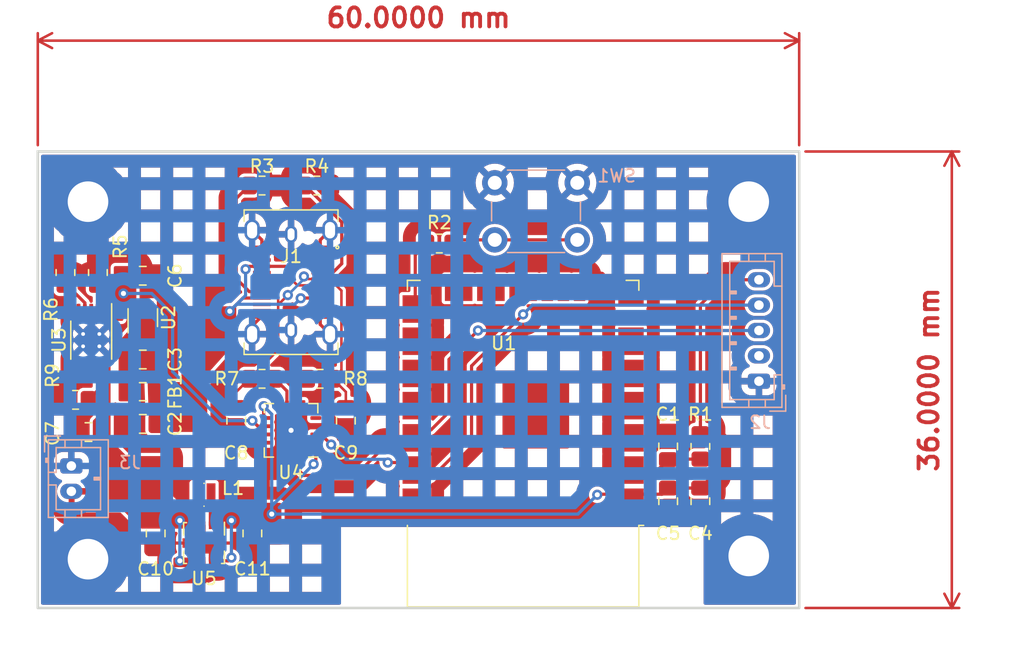
<source format=kicad_pcb>
(kicad_pcb (version 20211014) (generator pcbnew)
  (layers (0 "F.Cu" signal) (31 "B.Cu" signal) (34 "B.Paste" user) (35 "F.Paste" user) (36 "B.SilkS" user "B.Silkscreen") (37 "F.SilkS" user "F.Silkscreen") (38 "B.Mask" user) (39 "F.Mask" user) (44 "Edge.Cuts" user))
  (net 0 "")
  (net 1 "Net-(C1-Pad1)")
  (net 2 "GND")
  (net 3 "VBUS")
  (net 4 "Net-(C3-Pad1)")
  (net 5 "+3V3")
  (net 6 "+5V")
  (net 7 "+BATT")
  (net 8 "D-")
  (net 9 "D+")
  (net 10 "Net-(J1-PadA5)")
  (net 12 "Net-(J1-PadB5)")
  (net 15 "IO21")
  (net 16 "IO22")
  (net 17 "Net-(L1-Pad1)")
  (net 18 "Net-(L1-Pad2)")
  (net 19 "Net-(R2-Pad1)")
  (net 20 "Net-(R2-Pad2)")
  (net 21 "Net-(R5-Pad1)")
  (net 22 "Net-(R6-Pad2)")
  (net 23 "Net-(R7-Pad1)")
  (net 24 "Net-(R8-Pad1)")
  (net 25 "Net-(R9-Pad2)")
  (net 26 "S_VP")
  (net 27 "S_VN")
  (net 28 "IO34")
  (net 29 "IO35")
  (net 30 "IO32")
  (net 31 "IO33")
  (net 32 "IO25")
  (net 33 "IO26")
  (net 34 "IO27")
  (net 35 "MTMS")
  (net 36 "MTDI")
  (net 37 "MTCK")
  (net 38 "SD2")
  (net 39 "SD3")
  (net 40 "CMD")
  (net 41 "CLK")
  (net 42 "SD0")
  (net 43 "SD1")
  (net 44 "MTDO")
  (net 45 "IO2")
  (net 46 "IO4")
  (net 47 "IO16")
  (net 48 "IO17")
  (net 49 "IO5")
  (net 50 "IO18")
  (net 51 "IO19")
  (net 53 "RXD")
  (net 54 "TXD")
  (net 55 "IO23")
  (footprint "Package_SO:HVSSOP-10-1EP_3x3mm_P0.5mm_EP1.57x1.88mm_ThermalVias" (layer "F.Cu") (at 29.21 39.878 -90)
    (fp_text reference "U3" (at 0 2.54 90) (layer "F.SilkS"))
    (fp_text value "BQ24090DGQ")
    (pad "1" smd roundrect (at -2.15 -1 270) (size 1.45 0.3) (layers "F.Cu" "F.Paste" "F.Mask") (net 6 "+5V"))
    (pad "2" smd roundrect (at -2.15 -0.5 270) (size 1.45 0.3) (layers "F.Cu" "F.Paste" "F.Mask") (net 21 "Net-(R5-Pad1)"))
    (pad "3" smd roundrect (at -2.15 0 270) (size 1.45 0.3) (layers "F.Cu" "F.Paste" "F.Mask") (net 2 "GND"))
    (pad "4" smd roundrect (at -2.15 0.5 270) (size 1.45 0.3) (layers "F.Cu" "F.Paste" "F.Mask") (net 22 "Net-(R6-Pad2)"))
    (pad "5" smd roundrect (at -2.15 1 270) (size 1.45 0.3) (layers "F.Cu" "F.Paste" "F.Mask"))
    (pad "6" smd roundrect (at 2.15 1 270) (size 1.45 0.3) (layers "F.Cu" "F.Paste" "F.Mask"))
    (pad "7" smd roundrect (at 2.15 0.5 270) (size 1.45 0.3) (layers "F.Cu" "F.Paste" "F.Mask") (net 2 "GND"))
    (pad "8" smd roundrect (at 2.15 0 270) (size 1.45 0.3) (layers "F.Cu" "F.Paste" "F.Mask"))
    (pad "9" smd roundrect (at 2.15 -0.5 270) (size 1.45 0.3) (layers "F.Cu" "F.Paste" "F.Mask") (net 25 "Net-(R9-Pad2)"))
    (pad "10" smd roundrect (at 2.15 -1 270) (size 1.45 0.3) (layers "F.Cu" "F.Paste" "F.Mask") (net 7 "+BATT"))
    (pad "11" smd rect (at 0 0 270) (size 1.57 1.88) (layers "B.Cu") (net 2 "GND"))
    (pad "11" thru_hole circle (at -0.485 -0.64 270) (size 0.6 0.6) (drill 0.3) (layers *.Cu) (net 2 "GND"))
    (pad "11" smd rect (at 0 0 270) (size 1.57 1.88) (layers "F.Cu" "F.Mask") (net 2 "GND"))
    (pad "11" thru_hole circle (at 0.485 -0.64 270) (size 0.6 0.6) (drill 0.3) (layers *.Cu) (net 2 "GND"))
    (pad "11" thru_hole circle (at 0.485 0.64 270) (size 0.6 0.6) (drill 0.3) (layers *.Cu) (net 2 "GND"))
    (pad "11" thru_hole circle (at -0.485 0.64 270) (size 0.6 0.6) (drill 0.3) (layers *.Cu) (net 2 "GND"))
  )
  (footprint "Package_TO_SOT_SMD:SOT-363_SC-70-6" (layer "F.Cu") (at 33.274 38.1 90)
    (fp_text reference "U2" (at 0 2.032 90) (layer "F.SilkS"))
    (fp_text value "LM66100DCKT")
    (pad "1" smd rect (at -0.95 -0.65 90) (size 0.65 0.4) (layers "F.Cu" "F.Paste" "F.Mask") (net 4 "Net-(C3-Pad1)"))
    (pad "2" smd rect (at -0.95 0 90) (size 0.65 0.4) (layers "F.Cu" "F.Paste" "F.Mask") (net 2 "GND"))
    (pad "3" smd rect (at -0.95 0.65 90) (size 0.65 0.4) (layers "F.Cu" "F.Paste" "F.Mask") (net 2 "GND"))
    (pad "4" smd rect (at 0.95 0.65 90) (size 0.65 0.4) (layers "F.Cu" "F.Paste" "F.Mask"))
    (pad "5" smd rect (at 0.95 0 90) (size 0.65 0.4) (layers "F.Cu" "F.Paste" "F.Mask") (net 2 "GND"))
    (pad "6" smd rect (at 0.95 -0.65 90) (size 0.65 0.4) (layers "F.Cu" "F.Paste" "F.Mask") (net 6 "+5V"))
  )
  (footprint "Capacitor_SMD:C_0805_2012Metric_Pad1.18x1.45mm_HandSolder" (layer "F.Cu") (at 41.91 55.118 -90)
    (fp_text reference "C11" (at 2.794 0) (layer "F.SilkS"))
    (fp_text value "33uF")
    (pad "1" smd roundrect (at -1.0375 0 270) (size 1.175 1.45) (layers "F.Cu" "F.Paste" "F.Mask") (roundrect_rratio 0.212766) (net 5 "+3V3"))
    (pad "2" smd roundrect (at 1.0375 0 270) (size 1.175 1.45) (layers "F.Cu" "F.Paste" "F.Mask") (roundrect_rratio 0.212766) (net 2 "GND"))
  )
  (footprint "Resistor_SMD:R_0805_2012Metric_Pad1.20x1.40mm_HandSolder" (layer "F.Cu") (at 27.178 34.544 -90)
    (fp_text reference "R6" (at 2.921 1.143 90) (layer "F.SilkS"))
    (fp_text value "2kR")
    (pad "1" smd roundrect (at -1 0 270) (size 1.2 1.4) (layers "F.Cu" "F.Paste" "F.Mask") (roundrect_rratio 0.208333) (net 2 "GND"))
    (pad "2" smd roundrect (at 1 0 270) (size 1.2 1.4) (layers "F.Cu" "F.Paste" "F.Mask") (roundrect_rratio 0.208333) (net 22 "Net-(R6-Pad2)"))
  )
  (footprint "Capacitor_SMD:C_0805_2012Metric_Pad1.18x1.45mm_HandSolder" (layer "F.Cu") (at 28.994 47.126 180)
    (fp_text reference "C7" (at 2.832 -0.118 90) (layer "F.SilkS"))
    (fp_text value "4.7uF")
    (pad "1" smd roundrect (at -1.0375 0 180) (size 1.175 1.45) (layers "F.Cu" "F.Paste" "F.Mask") (roundrect_rratio 0.212766) (net 7 "+BATT"))
    (pad "2" smd roundrect (at 1.0375 0 180) (size 1.175 1.45) (layers "F.Cu" "F.Paste" "F.Mask") (roundrect_rratio 0.212766) (net 2 "GND"))
  )
  (footprint "Package_SON:Texas_DRC0010J_ThermalVias" (layer "F.Cu") (at 38.1 55.88 -90)
    (fp_text reference "U5" (at 2.794 0) (layer "F.SilkS"))
    (fp_text value "TPS63001")
    (pad "1" smd rect (at -1.4 -1 270) (size 0.6 0.24) (layers "F.Cu" "F.Paste" "F.Mask") (net 5 "+3V3"))
    (pad "2" smd rect (at -1.4 -0.5 270) (size 0.6 0.24) (layers "F.Cu" "F.Paste" "F.Mask") (net 18 "Net-(L1-Pad2)"))
    (pad "3" smd rect (at -1.4 0 270) (size 0.6 0.24) (layers "F.Cu" "F.Paste" "F.Mask") (net 2 "GND"))
    (pad "4" smd rect (at -1.4 0.5 270) (size 0.6 0.24) (layers "F.Cu" "F.Paste" "F.Mask") (net 17 "Net-(L1-Pad1)"))
    (pad "5" smd rect (at -1.4 1 270) (size 0.6 0.24) (layers "F.Cu" "F.Paste" "F.Mask") (net 7 "+BATT"))
    (pad "6" smd rect (at 1.4 1 270) (size 0.6 0.24) (layers "F.Cu" "F.Paste" "F.Mask") (net 7 "+BATT"))
    (pad "7" smd rect (at 1.4 0.5 270) (size 0.6 0.24) (layers "F.Cu" "F.Paste" "F.Mask") (net 7 "+BATT"))
    (pad "8" smd rect (at 1.4 0 270) (size 0.6 0.24) (layers "F.Cu" "F.Paste" "F.Mask") (net 7 "+BATT"))
    (pad "9" smd rect (at 1.4 -0.5 270) (size 0.6 0.24) (layers "F.Cu" "F.Paste" "F.Mask") (net 2 "GND"))
    (pad "10" smd rect (at 1.4 -1 270) (size 0.6 0.24) (layers "F.Cu" "F.Paste" "F.Mask") (net 5 "+3V3"))
    (pad "11" smd custom (at 0 0 270) (size 1.65 2.4) (layers "F.Cu" "F.Mask") (net 2 "GND") (options (clearance outline) (anchor rect)) (primitives (gr_poly (pts (xy -0.125 -1.1) (xy 0.125 -1.1) (xy 0.125 -1.7) (xy 0.375 -1.7) (xy 0.375 1.7) (xy 0.125 1.7) (xy 0.125 1.1) (xy -0.125 1.1) (xy -0.125 1.7) (xy -0.375 1.7) (xy -0.375 -1.7) (xy -0.125 -1.7)) (width 0) (fill yes))))
  )
  (footprint "Resistor_SMD:R_0805_2012Metric_Pad1.20x1.40mm_HandSolder" (layer "F.Cu") (at 47.244 42.926)
    (fp_text reference "R8" (at 2.794 0 180) (layer "F.SilkS"))
    (fp_text value "27R")
    (pad "1" smd roundrect (at -1 0) (size 1.2 1.4) (layers "F.Cu" "F.Paste" "F.Mask") (roundrect_rratio 0.208333) (net 24 "Net-(R8-Pad1)"))
    (pad "2" smd roundrect (at 1 0) (size 1.2 1.4) (layers "F.Cu" "F.Paste" "F.Mask") (roundrect_rratio 0.208333) (net 9 "D+"))
  )
  (footprint "MountingHole:MountingHole_3.2mm_M3_ISO14580_Pad_TopBottom" (layer "F.Cu") (at 28.956 28.956)
    (fp_text reference "H3")
    (fp_text value "MountingHole_Pad")
    (pad "1" connect circle (at 0 0) (size 5.5 5.5) (layers "B.Cu" "B.Mask") (net 2 "GND"))
    (pad "1" thru_hole circle (at 0 0) (size 3.6 3.6) (drill 3.2) (layers *.Cu *.Mask) (net 2 "GND"))
    (pad "1" connect circle (at 0 0) (size 5.5 5.5) (layers "F.Cu" "F.Mask") (net 2 "GND"))
  )
  (footprint "Inductor_SMD:L_0805_2012Metric_Pad1.15x1.40mm_HandSolder" (layer "F.Cu") (at 33.274 43.942 180)
    (fp_text reference "FB1" (at -2.54 0 90) (layer "F.SilkS"))
    (fp_text value "600H")
    (pad "1" smd roundrect (at -1.025 0 180) (size 1.15 1.4) (layers "F.Cu" "F.Paste" "F.Mask") (roundrect_rratio 0.217391) (net 3 "VBUS"))
    (pad "2" smd roundrect (at 1.025 0 180) (size 1.15 1.4) (layers "F.Cu" "F.Paste" "F.Mask") (roundrect_rratio 0.217391) (net 4 "Net-(C3-Pad1)"))
  )
  (footprint "Resistor_SMD:R_0805_2012Metric_Pad1.20x1.40mm_HandSolder" (layer "F.Cu") (at 42.672 27.686)
    (fp_text reference "R3" (at 0 -1.524) (layer "F.SilkS"))
    (fp_text value "5.1kR")
    (pad "1" smd roundrect (at -1 0) (size 1.2 1.4) (layers "F.Cu" "F.Paste" "F.Mask") (roundrect_rratio 0.208333) (net 12 "Net-(J1-PadB5)"))
    (pad "2" smd roundrect (at 1 0) (size 1.2 1.4) (layers "F.Cu" "F.Paste" "F.Mask") (roundrect_rratio 0.208333) (net 2 "GND"))
  )
  (footprint "Resistor_SMD:R_0805_2012Metric_Pad1.20x1.40mm_HandSolder" (layer "F.Cu") (at 56.642 32.258)
    (fp_text reference "R2" (at 0 -1.65) (layer "F.SilkS"))
    (fp_text value "560R")
    (pad "1" smd roundrect (at -1 0) (size 1.2 1.4) (layers "F.Cu" "F.Paste" "F.Mask") (roundrect_rratio 0.208333) (net 19 "Net-(R2-Pad1)"))
    (pad "2" smd roundrect (at 1 0) (size 1.2 1.4) (layers "F.Cu" "F.Paste" "F.Mask") (roundrect_rratio 0.208333) (net 20 "Net-(R2-Pad2)"))
  )
  (footprint "Resistor_SMD:R_0805_2012Metric_Pad1.20x1.40mm_HandSolder" (layer "F.Cu") (at 77.216 48.26 -90)
    (fp_text reference "R1" (at -2.54 0) (layer "F.SilkS"))
    (fp_text value "10kR")
    (pad "1" smd roundrect (at -1 0 270) (size 1.2 1.4) (layers "F.Cu" "F.Paste" "F.Mask") (roundrect_rratio 0.208333) (net 5 "+3V3"))
    (pad "2" smd roundrect (at 1 0 270) (size 1.2 1.4) (layers "F.Cu" "F.Paste" "F.Mask") (roundrect_rratio 0.208333) (net 1 "Net-(C1-Pad1)"))
  )
  (footprint "Capacitor_SMD:C_0805_2012Metric_Pad1.18x1.45mm_HandSolder" (layer "F.Cu") (at 74.676 48.26 90)
    (fp_text reference "C1" (at 2.54 0) (layer "F.SilkS"))
    (fp_text value "0.1uF")
    (pad "1" smd roundrect (at -1.0375 0 90) (size 1.175 1.45) (layers "F.Cu" "F.Paste" "F.Mask") (roundrect_rratio 0.212766) (net 1 "Net-(C1-Pad1)"))
    (pad "2" smd roundrect (at 1.0375 0 90) (size 1.175 1.45) (layers "F.Cu" "F.Paste" "F.Mask") (roundrect_rratio 0.212766) (net 2 "GND"))
  )
  (footprint "Capacitor_SMD:C_0805_2012Metric_Pad1.18x1.45mm_HandSolder" (layer "F.Cu") (at 33.274 41.402)
    (fp_text reference "C3" (at 2.54 0 90) (layer "F.SilkS"))
    (fp_text value "1uF")
    (pad "1" smd roundrect (at -1.0375 0) (size 1.175 1.45) (layers "F.Cu" "F.Paste" "F.Mask") (roundrect_rratio 0.212766) (net 4 "Net-(C3-Pad1)"))
    (pad "2" smd roundrect (at 1.0375 0) (size 1.175 1.45) (layers "F.Cu" "F.Paste" "F.Mask") (roundrect_rratio 0.212766) (net 2 "GND"))
  )
  (footprint "Resistor_SMD:R_0805_2012Metric_Pad1.20x1.40mm_HandSolder" (layer "F.Cu") (at 29.736 34.544 90)
    (fp_text reference "R5" (at 2.032 1.76 90) (layer "F.SilkS"))
    (fp_text value "1kR")
    (pad "1" smd roundrect (at -1 0 90) (size 1.2 1.4) (layers "F.Cu" "F.Paste" "F.Mask") (roundrect_rratio 0.208333) (net 21 "Net-(R5-Pad1)"))
    (pad "2" smd roundrect (at 1 0 90) (size 1.2 1.4) (layers "F.Cu" "F.Paste" "F.Mask") (roundrect_rratio 0.208333) (net 2 "GND"))
  )
  (footprint "Capacitor_SMD:C_0805_2012Metric_Pad1.18x1.45mm_HandSolder" (layer "F.Cu") (at 34.29 55.118 -90)
    (fp_text reference "C10" (at 2.794 0) (layer "F.SilkS"))
    (fp_text value "10uF")
    (pad "1" smd roundrect (at -1.0375 0 270) (size 1.175 1.45) (layers "F.Cu" "F.Paste" "F.Mask") (roundrect_rratio 0.212766) (net 7 "+BATT"))
    (pad "2" smd roundrect (at 1.0375 0 270) (size 1.175 1.45) (layers "F.Cu" "F.Paste" "F.Mask") (roundrect_rratio 0.212766) (net 2 "GND"))
  )
  (footprint "Connector_USB:USB_C_Receptacle_JAE_DX07S024WJ1R350" (layer "F.Cu") (at 44.958 35.306 -90)
    (fp_text reference "J1" (at -2.032 0) (layer "F.SilkS"))
    (fp_text value "USB_C_Receptacle_USB2.0")
    (pad "" np_thru_hole oval (at 3.5 -1.35 270) (size 0.85 0.6) (drill oval 0.85 0.6) (layers *.Cu *.Mask))
    (pad "" np_thru_hole circle (at -3.5 -1.35 270) (size 0.6 0.6) (drill 0.6) (layers *.Cu *.Mask))
    (pad "A1" smd rect (at -2.75 -2.3 270) (size 0.27 1.4) (layers "F.Cu" "F.Paste" "F.Mask") (net 2 "GND"))
    (pad "A2" smd rect (at -2.25 -2.3 270) (size 0.27 1.4) (layers "F.Cu" "F.Paste" "F.Mask"))
    (pad "A3" smd rect (at -1.75 -2.3 270) (size 0.27 1.4) (layers "F.Cu" "F.Paste" "F.Mask"))
    (pad "A4" smd rect (at -1.25 -2.3 270) (size 0.27 1.4) (layers "F.Cu" "F.Paste" "F.Mask") (net 3 "VBUS"))
    (pad "A5" smd rect (at -0.75 -2.3 270) (size 0.27 1.4) (layers "F.Cu" "F.Paste" "F.Mask") (net 10 "Net-(J1-PadA5)"))
    (pad "A6" smd rect (at -0.25 -2.3 270) (size 0.27 1.4) (layers "F.Cu" "F.Paste" "F.Mask") (net 8 "D-"))
    (pad "A7" smd rect (at 0.25 -2.3 270) (size 0.27 1.4) (layers "F.Cu" "F.Paste" "F.Mask") (net 9 "D+"))
    (pad "A8" smd rect (at 0.75 -2.3 270) (size 0.27 1.4) (layers "F.Cu" "F.Paste" "F.Mask"))
    (pad "A9" smd rect (at 1.25 -2.3 270) (size 0.27 1.4) (layers "F.Cu" "F.Paste" "F.Mask") (net 3 "VBUS"))
    (pad "A10" smd rect (at 1.75 -2.3 270) (size 0.27 1.4) (layers "F.Cu" "F.Paste" "F.Mask"))
    (pad "A11" smd rect (at 2.25 -2.3 270) (size 0.27 1.4) (layers "F.Cu" "F.Paste" "F.Mask"))
    (pad "A12" smd rect (at 2.75 -2.3 270) (size 0.27 1.4) (layers "F.Cu" "F.Paste" "F.Mask") (net 2 "GND"))
    (pad "B1" smd rect (at 2.75 2.3 270) (size 0.27 1.4) (layers "F.Cu" "F.Paste" "F.Mask") (net 2 "GND"))
    (pad "B2" smd rect (at 2.25 2.3 270) (size 0.27 1.4) (layers "F.Cu" "F.Paste" "F.Mask"))
    (pad "B3" smd rect (at 1.75 2.3 270) (size 0.27 1.4) (layers "F.Cu" "F.Paste" "F.Mask"))
    (pad "B4" smd rect (at 1.25 2.3 270) (size 0.27 1.4) (layers "F.Cu" "F.Paste" "F.Mask") (net 3 "VBUS"))
    (pad "B5" smd rect (at 0.75 2.3 270) (size 0.27 1.4) (layers "F.Cu" "F.Paste" "F.Mask") (net 12 "Net-(J1-PadB5)"))
    (pad "B6" smd rect (at 0.25 2.3 270) (size 0.27 1.4) (layers "F.Cu" "F.Paste" "F.Mask") (net 8 "D-"))
    (pad "B7" smd rect (at -0.25 2.3 270) (size 0.27 1.4) (layers "F.Cu" "F.Paste" "F.Mask") (net 9 "D+"))
    (pad "B8" smd rect (at -0.75 2.3 270) (size 0.27 1.4) (layers "F.Cu" "F.Paste" "F.Mask"))
    (pad "B9" smd rect (at -1.25 2.3 270) (size 0.27 1.4) (layers "F.Cu" "F.Paste" "F.Mask") (net 3 "VBUS"))
    (pad "B10" smd rect (at -1.75 2.3 270) (size 0.27 1.4) (layers "F.Cu" "F.Paste" "F.Mask"))
    (pad "B11" smd rect (at -2.25 2.3 270) (size 0.27 1.4) (layers "F.Cu" "F.Paste" "F.Mask"))
    (pad "B12" smd rect (at -2.75 2.3 270) (size 0.27 1.4) (layers "F.Cu" "F.Paste" "F.Mask") (net 2 "GND"))
    (pad "S1" thru_hole oval (at 3.775 0) (size 0.95 1.35) (drill oval 0.55 0.95) (layers *.Cu *.Mask) (net 2 "GND"))
    (pad "S1" thru_hole oval (at 4.1 3.07) (size 1.2 1.7) (drill oval 0.8 1.3) (layers *.Cu *.Mask) (net 2 "GND"))
    (pad "S1" thru_hole oval (at 4.1 -3.07) (size 1.2 1.7) (drill oval 0.8 1.3) (layers *.Cu *.Mask) (net 2 "GND"))
    (pad "S1" thru_hole oval (at -4.1 3.07) (size 1.2 1.7) (drill oval 0.8 1.3) (layers *.Cu *.Mask) (net 2 "GND"))
    (pad "S1" thru_hole oval (at -4.1 -3.07) (size 1.2 1.7) (drill oval 0.8 1.3) (layers *.Cu *.Mask) (net 2 "GND"))
    (pad "S1" thru_hole oval (at -3.775 0) (size 0.95 1.35) (drill oval 0.55 0.95) (layers *.Cu *.Mask) (net 2 "GND"))
  )
  (footprint "MountingHole:MountingHole_3.2mm_M3_ISO14580_Pad_TopBottom" (layer "F.Cu") (at 81.026 28.956)
    (fp_text reference "H2")
    (fp_text value "MountingHole_Pad")
    (pad "1" connect circle (at 0 0) (size 5.5 5.5) (layers "B.Cu" "B.Mask") (net 2 "GND"))
    (pad "1" thru_hole circle (at 0 0) (size 3.6 3.6) (drill 3.2) (layers *.Cu *.Mask) (net 2 "GND"))
    (pad "1" connect circle (at 0 0) (size 5.5 5.5) (layers "F.Cu" "F.Mask") (net 2 "GND"))
  )
  (footprint "Inductor_SMD:L_Wuerth_MAPI-1610" (layer "F.Cu") (at 38.1 52.07)
    (fp_text reference "L1" (at 2.286 -0.508) (layer "F.SilkS"))
    (fp_text value "1.5uH")
    (pad "1" smd rect (at -0.55 0) (size 0.7 1.8) (layers "F.Cu" "F.Paste" "F.Mask") (net 17 "Net-(L1-Pad1)"))
    (pad "2" smd rect (at 0.55 0) (size 0.7 1.8) (layers "F.Cu" "F.Paste" "F.Mask") (net 18 "Net-(L1-Pad2)"))
  )
  (footprint "Capacitor_SMD:C_0805_2012Metric_Pad1.18x1.45mm_HandSolder" (layer "F.Cu") (at 33.274 46.482)
    (fp_text reference "C2" (at 2.54 0 90) (layer "F.SilkS"))
    (fp_text value "10nF")
    (pad "1" smd roundrect (at -1.0375 0) (size 1.175 1.45) (layers "F.Cu" "F.Paste" "F.Mask") (roundrect_rratio 0.212766) (net 2 "GND"))
    (pad "2" smd roundrect (at 1.0375 0) (size 1.175 1.45) (layers "F.Cu" "F.Paste" "F.Mask") (roundrect_rratio 0.212766) (net 3 "VBUS"))
  )
  (footprint "MountingHole:MountingHole_3.2mm_M3_ISO14580_Pad_TopBottom" (layer "F.Cu") (at 81.026 56.896)
    (fp_text reference "H1")
    (fp_text value "MountingHole_Pad")
    (pad "1" thru_hole circle (at 0 0) (size 3.6 3.6) (drill 3.2) (layers *.Cu *.Mask) (net 2 "GND"))
    (pad "1" connect circle (at 0 0) (size 5.5 5.5) (layers "B.Cu" "B.Mask") (net 2 "GND"))
    (pad "1" connect circle (at 0 0) (size 5.5 5.5) (layers "F.Cu" "F.Mask") (net 2 "GND"))
  )
  (footprint "Resistor_SMD:R_0805_2012Metric_Pad1.20x1.40mm_HandSolder" (layer "F.Cu") (at 46.99 27.686 180)
    (fp_text reference "R4" (at 0 1.524 180) (layer "F.SilkS"))
    (fp_text value "5.1kR")
    (pad "1" smd roundrect (at -1 0 180) (size 1.2 1.4) (layers "F.Cu" "F.Paste" "F.Mask") (roundrect_rratio 0.208333) (net 2 "GND"))
    (pad "2" smd roundrect (at 1 0 180) (size 1.2 1.4) (layers "F.Cu" "F.Paste" "F.Mask") (roundrect_rratio 0.208333) (net 10 "Net-(J1-PadA5)"))
  )
  (footprint "Capacitor_SMD:C_0805_2012Metric_Pad1.18x1.45mm_HandSolder" (layer "F.Cu") (at 40.64 46.228 -90)
    (fp_text reference "C8" (at 2.54 0 180) (layer "F.SilkS"))
    (fp_text value "47pF")
    (pad "1" smd roundrect (at -1.0375 0 270) (size 1.175 1.45) (layers "F.Cu" "F.Paste" "F.Mask") (roundrect_rratio 0.212766) (net 8 "D-"))
    (pad "2" smd roundrect (at 1.0375 0 270) (size 1.175 1.45) (layers "F.Cu" "F.Paste" "F.Mask") (roundrect_rratio 0.212766) (net 2 "GND"))
  )
  (footprint "Resistor_SMD:R_0805_2012Metric_Pad1.20x1.40mm_HandSolder" (layer "F.Cu") (at 42.672 42.926 180)
    (fp_text reference "R7" (at 2.778 0 180) (layer "F.SilkS"))
    (fp_text value "27R")
    (pad "1" smd roundrect (at -1 0 180) (size 1.2 1.4) (layers "F.Cu" "F.Paste" "F.Mask") (roundrect_rratio 0.208333) (net 23 "Net-(R7-Pad1)"))
    (pad "2" smd roundrect (at 1 0 180) (size 1.2 1.4) (layers "F.Cu" "F.Paste" "F.Mask") (roundrect_rratio 0.208333) (net 8 "D-"))
  )
  (footprint "MountingHole:MountingHole_3.2mm_M3_ISO14580_Pad_TopBottom" (layer "F.Cu") (at 28.956 57.15)
    (fp_text reference "H4")
    (fp_text value "MountingHole_Pad")
    (pad "1" thru_hole circle (at 0 0) (size 3.6 3.6) (drill 3.2) (layers *.Cu *.Mask) (net 2 "GND"))
    (pad "1" connect circle (at 0 0) (size 5.5 5.5) (layers "B.Cu" "B.Mask") (net 2 "GND"))
    (pad "1" connect circle (at 0 0) (size 5.5 5.5) (layers "F.Cu" "F.Mask") (net 2 "GND"))
  )
  (footprint "Capacitor_SMD:C_0805_2012Metric_Pad1.18x1.45mm_HandSolder" (layer "F.Cu") (at 74.676 52.578 90)
    (fp_text reference "C5" (at -2.54 0) (layer "F.SilkS"))
    (fp_text value "0.1uF")
    (pad "1" smd roundrect (at -1.0375 0 90) (size 1.175 1.45) (layers "F.Cu" "F.Paste" "F.Mask") (roundrect_rratio 0.212766) (net 2 "GND"))
    (pad "2" smd roundrect (at 1.0375 0 90) (size 1.175 1.45) (layers "F.Cu" "F.Paste" "F.Mask") (roundrect_rratio 0.212766) (net 5 "+3V3"))
  )
  (footprint "RF_Module:ESP32-WROOM-32" (layer "F.Cu") (at 63.246 45.042 180)
    (fp_text reference "U1" (at 1.524 4.91) (layer "F.SilkS"))
    (fp_text value "ESP32-WROOM-32D")
    (pad "1" smd rect (at -8.5 -8.255 180) (size 2 0.9) (layers "F.Cu" "F.Paste" "F.Mask") (net 2 "GND"))
    (pad "2" smd rect (at -8.5 -6.985 180) (size 2 0.9) (layers "F.Cu" "F.Paste" "F.Mask") (net 5 "+3V3"))
    (pad "3" smd rect (at -8.5 -5.715 180) (size 2 0.9) (layers "F.Cu" "F.Paste" "F.Mask") (net 1 "Net-(C1-Pad1)"))
    (pad "4" smd rect (at -8.5 -4.445 180) (size 2 0.9) (layers "F.Cu" "F.Paste" "F.Mask") (net 26 "S_VP"))
    (pad "5" smd rect (at -8.5 -3.175 180) (size 2 0.9) (layers "F.Cu" "F.Paste" "F.Mask") (net 27 "S_VN"))
    (pad "6" smd rect (at -8.5 -1.905 180) (size 2 0.9) (layers "F.Cu" "F.Paste" "F.Mask") (net 28 "IO34"))
    (pad "7" smd rect (at -8.5 -0.635 180) (size 2 0.9) (layers "F.Cu" "F.Paste" "F.Mask") (net 29 "IO35"))
    (pad "8" smd rect (at -8.5 0.635 180) (size 2 0.9) (layers "F.Cu" "F.Paste" "F.Mask") (net 30 "IO32"))
    (pad "9" smd rect (at -8.5 1.905 180) (size 2 0.9) (layers "F.Cu" "F.Paste" "F.Mask") (net 31 "IO33"))
    (pad "10" smd rect (at -8.5 3.175 180) (size 2 0.9) (layers "F.Cu" "F.Paste" "F.Mask") (net 32 "IO25"))
    (pad "11" smd rect (at -8.5 4.445 180) (size 2 0.9) (layers "F.Cu" "F.Paste" "F.Mask") (net 33 "IO26"))
    (pad "12" smd rect (at -8.5 5.715 180) (size 2 0.9) (layers "F.Cu" "F.Paste" "F.Mask") (net 34 "IO27"))
    (pad "13" smd rect (at -8.5 6.985 180) (size 2 0.9) (layers "F.Cu" "F.Paste" "F.Mask") (net 35 "MTMS"))
    (pad "14" smd rect (at -8.5 8.255 180) (size 2 0.9) (layers "F.Cu" "F.Paste" "F.Mask") (net 36 "MTDI"))
    (pad "15" smd rect (at -5.715 9.255 270) (size 2 0.9) (layers "F.Cu" "F.Paste" "F.Mask") (net 2 "GND"))
    (pad "16" smd rect (at -4.445 9.255 270) (size 2 0.9) (layers "F.Cu" "F.Paste" "F.Mask") (net 37 "MTCK"))
    (pad "17" smd rect (at -3.175 9.255 270) (size 2 0.9) (layers "F.Cu" "F.Paste" "F.Mask") (net 38 "SD2"))
    (pad "18" smd rect (at -1.905 9.255 270) (size 2 0.9) (layers "F.Cu" "F.Paste" "F.Mask") (net 39 "SD3"))
    (pad "19" smd rect (at -0.635 9.255 270) (size 2 0.9) (layers "F.Cu" "F.Paste" "F.Mask") (net 40 "CMD"))
    (pad "20" smd rect (at 0.635 9.255 270) (size 2 0.9) (layers "F.Cu" "F.Paste" "F.Mask") (net 41 "CLK"))
    (pad "21" smd rect (at 1.905 9.255 270) (size 2 0.9) (layers "F.Cu" "F.Paste" "F.Mask") (net 42 "SD0"))
    (pad "22" smd rect (at 3.175 9.255 270) (size 2 0.9) (layers "F.Cu" "F.Paste" "F.Mask") (net 43 "SD1"))
    (pad "23" smd rect (at 4.445 9.255 270) (size 2 0.9) (layers "F.Cu" "F.Paste" "F.Mask") (net 44 "MTDO"))
    (pad "24" smd rect (at 5.715 9.255 270) (size 2 0.9) (layers "F.Cu" "F.Paste" "F.Mask") (net 45 "IO2"))
    (pad "25" smd rect (at 8.5 8.255 180) (size 2 0.9) (layers "F.Cu" "F.Paste" "F.Mask") (net 19 "Net-(R2-Pad1)"))
    (pad "26" smd rect (at 8.5 6.985 180) (size 2 0.9) (layers "F.Cu" "F.Paste" "F.Mask") (net 46 "IO4"))
    (pad "27" smd rect (at 8.5 5.715 180) (size 2 0.9) (layers "F.Cu" "F.Paste" "F.Mask") (net 47 "IO16"))
    (pad "28" smd rect (at 8.5 4.445 180) (size 2 0.9) (layers "F.Cu" "F.Paste" "F.Mask") (net 48 "IO17"))
    (pad "29" smd rect (at 8.5 3.175 180) (size 2 0.9) (layers "F.Cu" "F.Paste" "F.Mask") (net 49 "IO5"))
    (pad "30" smd rect (at 8.5 1.905 180) (size 2 0.9) (layers "F.Cu" "F.Paste" "F.Mask") (net 50 "IO18"))
    (pad "31" smd rect (at 8.5 0.635 180) (size 2 0.9) (layers "F.Cu" "F.Paste" "F.Mask") (net 51 "IO19"))
    (pad "32" smd rect (at 8.5 -0.635 180) (size 2 0.9) (layers "F.Cu" "F.Paste" "F.Mask"))
    (pad "33" smd rect (at 8.5 -1.905 180) (size 2 0.9) (layers "F.Cu" "F.Paste" "F.Mask") (net 15 "IO21"))
    (pad "34" smd rect (at 8.5 -3.175 180) (size 2 0.9) (layers "F.Cu" "F.Paste" "F.Mask") (net 53 "RXD"))
    (pad "35" smd rect (at 8.5 -4.445 180) (size 2 0.9) (layers "F.Cu" "F.Paste" "F.Mask") (net 54 "TXD"))
    (pad "36" smd rect (at 8.5 -5.715 180) (size 2 0.9) (layers "F.Cu" "F.Paste" "F.Mask") (net 16 "IO22"))
    (pad "37" smd rect (at 8.5 -6.985 180) (size 2 0.9) (layers "F.Cu" "F.Paste" "F.Mask") (net 55 "IO23"))
    (pad "38" smd rect (at 8.5 -8.255 180) (size 2 0.9) (layers "F.Cu" "F.Paste" "F.Mask") (net 2 "GND"))
    (pad "39" smd rect (at -1 -0.755 180) (size 5 5) (layers "F.Cu" "F.Paste" "F.Mask") (net 2 "GND"))
  )
  (footprint "Capacitor_SMD:C_0805_2012Metric_Pad1.18x1.45mm_HandSolder" (layer "F.Cu") (at 77.216 52.578 90)
    (fp_text reference "C4" (at -2.54 0) (layer "F.SilkS"))
    (fp_text value "10uF")
    (pad "1" smd roundrect (at -1.0375 0 90) (size 1.175 1.45) (layers "F.Cu" "F.Paste" "F.Mask") (roundrect_rratio 0.212766) (net 2 "GND"))
    (pad "2" smd roundrect (at 1.0375 0 90) (size 1.175 1.45) (layers "F.Cu" "F.Paste" "F.Mask") (roundrect_rratio 0.212766) (net 5 "+3V3"))
  )
  (footprint "Resistor_SMD:R_0805_2012Metric_Pad1.20x1.40mm_HandSolder" (layer "F.Cu") (at 27.978 44.586)
    (fp_text reference "R9" (at -1.816 -1.914 90) (layer "F.SilkS"))
    (fp_text value "10kR")
    (pad "1" smd roundrect (at -1 0) (size 1.2 1.4) (layers "F.Cu" "F.Paste" "F.Mask") (roundrect_rratio 0.208333) (net 2 "GND"))
    (pad "2" smd roundrect (at 1 0) (size 1.2 1.4) (layers "F.Cu" "F.Paste" "F.Mask") (roundrect_rratio 0.208333) (net 25 "Net-(R9-Pad2)"))
  )
  (footprint "Capacitor_SMD:C_0805_2012Metric_Pad1.18x1.45mm_HandSolder" (layer "F.Cu") (at 33.274 34.798)
    (fp_text reference "C6" (at 2.54 0 90) (layer "F.SilkS"))
    (fp_text value "1uF")
    (pad "1" smd roundrect (at -1.0375 0) (size 1.175 1.45) (layers "F.Cu" "F.Paste" "F.Mask") (roundrect_rratio 0.212766) (net 6 "+5V"))
    (pad "2" smd roundrect (at 1.0375 0) (size 1.175 1.45) (layers "F.Cu" "F.Paste" "F.Mask") (roundrect_rratio 0.212766) (net 2 "GND"))
  )
  (footprint "Package_DFN_QFN:QFN-16-1EP_4x4mm_P0.65mm_EP2.1x2.1mm" (layer "F.Cu") (at 44.958 46.99 180)
    (fp_text reference "U4" (at 0 -3.32) (layer "F.SilkS"))
    (fp_text value "FT230XQ")
    (pad "1" smd roundrect (at -1.95 -0.975 180) (size 0.85 0.3) (layers "F.Cu" "F.Paste" "F.Mask") (net 5 "+3V3"))
    (pad "2" smd roundrect (at -1.95 -0.325 180) (size 0.85 0.3) (layers "F.Cu" "F.Paste" "F.Mask") (net 54 "TXD"))
    (pad "3" smd roundrect (at -1.95 0.325 180) (size 0.85 0.3) (layers "F.Cu" "F.Paste" "F.Mask") (net 2 "GND"))
    (pad "4" smd roundrect (at -1.95 0.975 180) (size 0.85 0.3) (layers "F.Cu" "F.Paste" "F.Mask"))
    (pad "5" smd roundrect (at -0.975 1.95 180) (size 0.3 0.85) (layers "F.Cu" "F.Paste" "F.Mask"))
    (pad "6" smd roundrect (at -0.325 1.95 180) (size 0.3 0.85) (layers "F.Cu" "F.Paste" "F.Mask") (net 24 "Net-(R8-Pad1)"))
    (pad "7" smd roundrect (at 0.325 1.95 180) (size 0.3 0.85) (layers "F.Cu" "F.Paste" "F.Mask") (net 23 "Net-(R7-Pad1)"))
    (pad "8" smd roundrect (at 0.975 1.95 180) (size 0.3 0.85) (layers "F.Cu" "F.Paste" "F.Mask"))
    (pad "9" smd roundrect (at 1.95 0.975 180) (size 0.85 0.3) (layers "F.Cu" "F.Paste" "F.Mask") (net 5 "+3V3"))
    (pad "10" smd roundrect (at 1.95 0.325 180) (size 0.85 0.3) (layers "F.Cu" "F.Paste" "F.Mask") (net 6 "+5V"))
    (pad "11" smd roundrect (at 1.95 -0.325 180) (size 0.85 0.3) (layers "F.Cu" "F.Paste" "F.Mask"))
    (pad "12" smd roundrect (at 1.95 -0.975 180) (size 0.85 0.3) (layers "F.Cu" "F.Paste" "F.Mask"))
    (pad "13" smd roundrect (at 0.975 -1.95 180) (size 0.3 0.85) (layers "F.Cu" "F.Paste" "F.Mask") (net 2 "GND"))
    (pad "14" smd roundrect (at 0.325 -1.95 180) (size 0.3 0.85) (layers "F.Cu" "F.Paste" "F.Mask"))
    (pad "15" smd roundrect (at -0.325 -1.95 180) (size 0.3 0.85) (layers "F.Cu" "F.Paste" "F.Mask") (net 53 "RXD"))
    (pad "16" smd roundrect (at -0.975 -1.95 180) (size 0.3 0.85) (layers "F.Cu" "F.Paste" "F.Mask"))
    (pad "17" smd rect (at 0 0 180) (size 2.1 2.1) (layers "F.Cu" "F.Mask") (net 2 "GND"))
  )
  (footprint "Capacitor_SMD:C_0805_2012Metric_Pad1.18x1.45mm_HandSolder" (layer "F.Cu") (at 49.276 46.228 -90)
    (fp_text reference "C9" (at 2.54 0 180) (layer "F.SilkS"))
    (fp_text value "47pF")
    (pad "1" smd roundrect (at -1.0375 0 270) (size 1.175 1.45) (layers "F.Cu" "F.Paste" "F.Mask") (roundrect_rratio 0.212766) (net 9 "D+"))
    (pad "2" smd roundrect (at 1.0375 0 270) (size 1.175 1.45) (layers "F.Cu" "F.Paste" "F.Mask") (roundrect_rratio 0.212766) (net 2 "GND"))
  )
  (footprint "Connector_JST:JST_PH_B5B-PH-K_1x05_P2.00mm_Vertical" (layer "B.Cu") (at 81.83 43.116 90)
    (fp_text reference "J2" (at -3.239 0.085 180) (layer "B.SilkS") (effects (justify mirror)))
    (fp_text value "Wii Guitar")
    (pad "1" thru_hole roundrect (at 0 0 90) (size 1.2 1.75) (drill 0.75) (layers *.Cu *.Mask) (roundrect_rratio 0.208333) (net 2 "GND"))
    (pad "2" thru_hole oval (at 2 0 90) (size 1.2 1.75) (drill 0.75) (layers *.Cu *.Mask))
    (pad "3" thru_hole oval (at 4 0 90) (size 1.2 1.75) (drill 0.75) (layers *.Cu *.Mask) (net 15 "IO21"))
    (pad "4" thru_hole oval (at 6 0 90) (size 1.2 1.75) (drill 0.75) (layers *.Cu *.Mask) (net 16 "IO22"))
    (pad "5" thru_hole oval (at 8 0 90) (size 1.2 1.75) (drill 0.75) (layers *.Cu *.Mask) (net 5 "+3V3"))
  )
  (footprint "Connector_JST:JST_PH_B2B-PH-K_1x02_P2.00mm_Vertical" (layer "B.Cu") (at 27.644 49.8 -90)
    (fp_text reference "J3" (at -0.27 -4.614) (layer "B.SilkS") (effects (justify mirror)))
    (fp_text value "Battery")
    (pad "1" thru_hole roundrect (at 0 0 270) (size 1.2 1.75) (drill 0.75) (layers *.Cu *.Mask) (roundrect_rratio 0.208333) (net 2 "GND"))
    (pad "2" thru_hole oval (at 2 0 270) (size 1.2 1.75) (drill 0.75) (layers *.Cu *.Mask) (net 7 "+BATT"))
  )
  (footprint "Button_Switch_THT:SW_PUSH_6mm" (layer "B.Cu") (at 61.012 31.968)
    (fp_text reference "SW1" (at 9.6 -5.044) (layer "B.SilkS") (effects (justify mirror)))
    (fp_text value "SW_Push")
    (pad "1" thru_hole circle (at 6.5 0 270) (size 2 2) (drill 1.1) (layers *.Cu *.Mask) (net 20 "Net-(R2-Pad2)"))
    (pad "1" thru_hole circle (at 0 0 270) (size 2 2) (drill 1.1) (layers *.Cu *.Mask) (net 20 "Net-(R2-Pad2)"))
    (pad "2" thru_hole circle (at 6.5 -4.5 270) (size 2 2) (drill 1.1) (layers *.Cu *.Mask) (net 2 "GND"))
    (pad "2" thru_hole circle (at 0 -4.5 270) (size 2 2) (drill 1.1) (layers *.Cu *.Mask) (net 2 "GND"))
  )
  (gr_rect locked (start 25 25) (end 85 61) (layer "Edge.Cuts") (width 0.2) (fill none))
  (dimension (type aligned) (layer "F.Cu") (pts (xy 85 25) (xy 85 61)) (height -12.028) (gr_text "36.0000 mm" (at 95.228 43 90) (layer "F.Cu") (effects (font (size 1.5 1.5) (thickness 0.3)))) (format (units 3) (units_format 1) (precision 4)) (style (thickness 0.2) (arrow_length 1.27) (text_position_mode 0) (extension_height 0.58642) (extension_offset 0.5) keep_text_aligned))
  (dimension (type aligned) (layer "F.Cu") (pts (xy 25 25) (xy 85 25)) (height -8.744) (gr_text "60.0000 mm" (at 55 14.456) (layer "F.Cu") (effects (font (size 1.5 1.5) (thickness 0.3)))) (format (units 3) (units_format 1) (precision 4)) (style (thickness 0.2) (arrow_length 1.27) (text_position_mode 0) (extension_height 0.58642) (extension_offset 0.5) keep_text_aligned))
  (segment (start 73.2165 50.757) (end 74.676 49.2975) (width 0.254) (layer "F.Cu") (net 1))
  (segment (start 77.216 49.26) (end 74.7135 49.26) (width 0.254) (layer "F.Cu") (net 1))
  (segment (start 74.7135 49.26) (end 74.676 49.2975) (width 0.254) (layer "F.Cu") (net 1))
  (segment (start 71.746 50.757) (end 73.2165 50.757) (width 0.254) (layer "F.Cu") (net 1))
  (segment (start 41.888 39.406) (end 41.888 38.757) (width 0.254) (layer "F.Cu") (net 2))
  (segment (start 42.589 38.056) (end 42.658 38.056) (width 0.254) (layer "F.Cu") (net 2))
  (segment (start 41.6345 55.88) (end 41.91 56.1555) (width 0.254) (layer "F.Cu") (net 2))
  (segment (start 38.1 55.88) (end 34.5655 55.88) (width 0.254) (layer "F.Cu") (net 2))
  (segment (start 47.258 38.056) (end 47.258 38.636) (width 0.254) (layer "F.Cu") (net 2))
  (segment (start 42.658 31.976) (end 41.888 31.206) (width 0.254) (layer "F.Cu") (net 2))
  (segment (start 34.5655 55.88) (end 34.29 56.1555) (width 0.254) (layer "F.Cu") (net 2))
  (segment (start 38.6 56.38) (end 38.1 55.88) (width 0.254) (layer "F.Cu") (net 2))
  (segment (start 47.258 32.556) (end 47.258 31.976) (width 0.254) (layer "F.Cu") (net 2))
  (segment (start 42.658 32.556) (end 42.658 31.976) (width 0.254) (layer "F.Cu") (net 2))
  (segment (start 47.258 31.976) (end 48.028 31.206) (width 0.254) (layer "F.Cu") (net 2))
  (segment (start 47.258 38.636) (end 48.028 39.406) (width 0.254) (layer "F.Cu") (net 2))
  (segment (start 41.888 38.757) (end 42.589 38.056) (width 0.254) (layer "F.Cu") (net 2))
  (segment (start 38.1 55.88) (end 41.6345 55.88) (width 0.254) (layer "F.Cu") (net 2))
  (segment (start 38.1 54.48) (end 38.1 55.88) (width 0.254) (layer "F.Cu") (net 2))
  (segment (start 38.6 57.28) (end 38.6 56.38) (width 0.254) (layer "F.Cu") (net 2))
  (via (at 44.958 46.99) (size 0.8) (drill 0.4) (layers "F.Cu" "B.Cu") (net 2))
  (segment (start 40.132 37.592) (end 41.168 36.556) (width 0.25) (layer "F.Cu") (net 3))
  (segment (start 45.74 36.556) (end 45.72 36.576) (width 0.25) (layer "F.Cu") (net 3))
  (segment (start 41.168 36.556) (end 42.658 36.556) (width 0.25) (layer "F.Cu") (net 3))
  (segment (start 42.658 34.056) (end 47.258 34.056) (width 0.25) (layer "F.Cu") (net 3))
  (segment (start 42.658 34.056) (end 41.601992 34.056) (width 0.25) (layer "F.Cu") (net 3))
  (segment (start 47.258 36.556) (end 45.74 36.556) (width 0.25) (layer "F.Cu") (net 3))
  (segment (start 41.601992 34.056) (end 41.374477 34.283515) (width 0.25) (layer "F.Cu") (net 3))
  (via (at 40.132 37.592) (size 0.8) (drill 0.4) (layers "F.Cu" "B.Cu") (net 3))
  (via (at 45.72 36.576) (size 0.8) (drill 0.4) (layers "F.Cu" "B.Cu") (net 3))
  (via (at 41.374477 34.283515) (size 0.8) (drill 0.4) (layers "F.Cu" "B.Cu") (net 3))
  (segment (start 40.132 37.592) (end 41.374477 36.349523) (width 0.25) (layer "B.Cu") (net 3))
  (segment (start 41.374477 36.349523) (end 41.374477 34.283515) (width 0.25) (layer "B.Cu") (net 3))
  (segment (start 40.677489 37.046511) (end 45.249489 37.046511) (width 0.25) (layer "B.Cu") (net 3))
  (segment (start 40.132 37.592) (end 40.677489 37.046511) (width 0.25) (layer "B.Cu") (net 3))
  (segment (start 45.249489 37.046511) (end 45.72 36.576) (width 0.25) (layer "B.Cu") (net 3))
  (segment (start 46.908 47.965) (end 46.908 49.485) (width 0.254) (layer "F.Cu") (net 5))
  (segment (start 40.002 57.28) (end 39.1 57.28) (width 0.254) (layer "F.Cu") (net 5))
  (segment (start 69.088 52.07) (end 69.131 52.027) (width 0.254) (layer "F.Cu") (net 5))
  (segment (start 69.131 52.027) (end 71.746 52.027) (width 0.254) (layer "F.Cu") (net 5))
  (segment (start 74.676 51.5405) (end 74.1895 52.027) (width 0.254) (layer "F.Cu") (net 5))
  (segment (start 77.216 37.084) (end 79.184 35.116) (width 0.254) (layer "F.Cu") (net 5))
  (segment (start 74.676 51.5405) (end 77.216 51.5405) (width 0.254) (layer "F.Cu") (net 5))
  (segment (start 46.908 49.485) (end 46.736 49.657) (width 0.254) (layer "F.Cu") (net 5))
  (segment (start 79.184 35.116) (end 81.83 35.116) (width 0.254) (layer "F.Cu") (net 5))
  (segment (start 77.216 47.26) (end 77.216 37.084) (width 0.254) (layer "F.Cu") (net 5))
  (segment (start 74.1895 52.027) (end 71.746 52.027) (width 0.254) (layer "F.Cu") (net 5))
  (segment (start 42.799 45.085) (end 42.799 45.806) (width 0.254) (layer "F.Cu") (net 5))
  (segment (start 78.24252 48.28652) (end 78.24252 50.51398) (width 0.254) (layer "F.Cu") (net 5))
  (segment (start 78.24252 50.51398) (end 77.216 51.5405) (width 0.254) (layer "F.Cu") (net 5))
  (segment (start 40.259 57.023) (end 40.002 57.28) (width 0.254) (layer "F.Cu") (net 5))
  (segment (start 77.216 47.26) (end 78.24252 48.28652) (width 0.254) (layer "F.Cu") (net 5))
  (segment (start 42.799 45.806) (end 43.008 46.015) (width 0.254) (layer "F.Cu") (net 5))
  (via (at 43.434 53.594) (size 0.8) (drill 0.4) (layers "F.Cu" "B.Cu") (net 5))
  (via (at 40.259 54.102) (size 0.8) (drill 0.4) (layers "F.Cu" "B.Cu") (net 5))
  (via (at 42.799 45.085) (size 0.8) (drill 0.4) (layers "F.Cu" "B.Cu") (net 5))
  (via (at 46.736 49.657) (size 0.8) (drill 0.4) (layers "F.Cu" "B.Cu") (net 5))
  (via (at 40.259 57.023) (size 0.8) (drill 0.4) (layers "F.Cu" "B.Cu") (net 5))
  (via (at 69.088 52.07) (size 0.8) (drill 0.4) (layers "F.Cu" "B.Cu") (net 5))
  (segment (start 43.434 53.594) (end 43.434 45.72) (width 0.254) (layer "B.Cu") (net 5))
  (segment (start 67.564 53.594) (end 69.088 52.07) (width 0.254) (layer "B.Cu") (net 5))
  (segment (start 43.434 45.72) (end 42.799 45.085) (width 0.254) (layer "B.Cu") (net 5))
  (segment (start 40.259 57.023) (end 40.259 54.102) (width 0.254) (layer "B.Cu") (net 5))
  (segment (start 43.434 52.959) (end 43.434 53.594) (width 0.254) (layer "B.Cu") (net 5))
  (segment (start 43.434 53.594) (end 67.564 53.594) (width 0.254) (layer "B.Cu") (net 5))
  (segment (start 46.736 49.657) (end 43.434 52.959) (width 0.254) (layer "B.Cu") (net 5))
  (segment (start 42.347 46.665) (end 43.008 46.665) (width 0.254) (layer "F.Cu") (net 6))
  (segment (start 41.91 46.228) (end 42.347 46.665) (width 0.254) (layer "F.Cu") (net 6))
  (via (at 41.91 46.228) (size 0.8) (drill 0.4) (layers "F.Cu" "B.Cu") (net 6))
  (via (at 31.75 36.195) (size 0.8) (drill 0.4) (layers "F.Cu" "B.Cu") (net 6))
  (segment (start 31.75 36.195) (end 33.9725 36.195) (width 0.254) (layer "B.Cu") (net 6))
  (segment (start 35.6235 37.846) (end 35.6235 42.3545) (width 0.254) (layer "B.Cu") (net 6))
  (segment (start 39.497 46.228) (end 41.91 46.228) (width 0.254) (layer "B.Cu") (net 6))
  (segment (start 33.9725 36.195) (end 35.6235 37.846) (width 0.254) (layer "B.Cu") (net 6))
  (segment (start 35.6235 42.3545) (end 39.497 46.228) (width 0.254) (layer "B.Cu") (net 6))
  (via (at 36.195 57.277) (size 0.8) (drill 0.4) (layers "F.Cu" "B.Cu") (net 7))
  (via (at 36.195 54.102) (size 0.8) (drill 0.4) (layers "F.Cu" "B.Cu") (net 7))
  (segment (start 36.195 54.102) (end 36.195 57.277) (width 0.254) (layer "B.Cu") (net 7))
  (segment (start 42.658 35.556) (end 43.592022 35.556) (width 0.2) (layer "F.Cu") (net 8))
  (segment (start 47.258 35.056) (end 46.1735 35.056) (width 0.2) (layer "F.Cu") (net 8))
  (segment (start 43.592022 35.556) (end 43.942 35.905978) (width 0.2) (layer "F.Cu") (net 8))
  (segment (start 43.942 40.656) (end 41.672 42.926) (width 0.2) (layer "F.Cu") (net 8))
  (segment (start 43.942 35.905978) (end 43.942 37.084) (width 0.2) (layer "F.Cu") (net 8))
  (segment (start 40.64 45.1905) (end 40.64 43.958) (width 0.2) (layer "F.Cu") (net 8))
  (segment (start 43.942 37.084) (end 43.942 40.656) (width 0.2) (layer "F.Cu") (net 8))
  (segment (start 46.1735 35.056) (end 45.974 34.8565) (width 0.2) (layer "F.Cu") (net 8))
  (segment (start 40.64 43.958) (end 41.672 42.926) (width 0.2) (layer "F.Cu") (net 8))
  (segment (start 44.704 36.322) (end 43.942 37.084) (width 0.2) (layer "F.Cu") (net 8))
  (via (at 45.974 34.8565) (size 0.8) (drill 0.4) (layers "F.Cu" "B.Cu") (net 8))
  (via (at 44.704 36.322) (size 0.8) (drill 0.4) (layers "F.Cu" "B.Cu") (net 8))
  (segment (start 45.974 34.8565) (end 45.974 35.052) (width 0.2) (layer "B.Cu") (net 8))
  (segment (start 45.974 35.052) (end 44.704 36.322) (width 0.2) (layer "B.Cu") (net 8))
  (segment (start 45.462 35.556) (end 47.258 35.556) (width 0.2) (layer "F.Cu") (net 9))
  (segment (start 49.276 45.1905) (end 49.276 43.958) (width 0.2) (layer "F.Cu") (net 9))
  (segment (start 44.962 35.056) (end 45.462 35.556) (width 0.2) (layer "F.Cu") (net 9))
  (segment (start 49.276 43.958) (end 48.244 42.926) (width 0.2) (layer "F.Cu") (net 9))
  (segment (start 42.658 35.056) (end 44.962 35.056) (width 0.2) (layer "F.Cu") (net 9))
  (segment (start 48.244 42.926) (end 48.92752 42.24248) (width 0.2) (layer "F.Cu") (net 9))
  (segment (start 48.92752 42.24248) (end 48.92752 35.97352) (width 0.2) (layer "F.Cu") (net 9))
  (segment (start 48.51 35.556) (end 47.258 35.556) (width 0.2) (layer "F.Cu") (net 9))
  (segment (start 48.92752 35.97352) (end 48.51 35.556) (width 0.2) (layer "F.Cu") (net 9))
  (segment (start 48.95252 33.845502) (end 48.95252 30.573052) (width 0.25) (layer "F.Cu") (net 10))
  (segment (start 48.95252 30.573052) (end 46.065468 27.686) (width 0.25) (layer "F.Cu") (net 10))
  (segment (start 48.242022 34.556) (end 48.95252 33.845502) (width 0.25) (layer "F.Cu") (net 10))
  (segment (start 47.258 34.556) (end 48.242022 34.556) (width 0.25) (layer "F.Cu") (net 10))
  (segment (start 46.065468 27.686) (end 45.99 27.686) (width 0.25) (layer "F.Cu") (net 10))
  (segment (start 42.658 36.056) (end 41.673978 36.056) (width 0.25) (layer "F.Cu") (net 12))
  (segment (start 40.64 28.702) (end 41.656 27.686) (width 0.25) (layer "F.Cu") (net 12))
  (segment (start 40.64 35.022022) (end 40.64 28.702) (width 0.25) (layer "F.Cu") (net 12))
  (segment (start 41.656 27.686) (end 41.672 27.686) (width 0.25) (layer "F.Cu") (net 12))
  (segment (start 41.673978 36.056) (end 40.64 35.022022) (width 0.25) (layer "F.Cu") (net 12))
  (segment (start 57.404 43.434) (end 57.404 41.402) (width 0.25) (layer "F.Cu") (net 15))
  (segment (start 57.404 45.539) (end 57.404 43.434) (width 0.25) (layer "F.Cu") (net 15))
  (segment (start 57.404 41.402) (end 59.69 39.116) (width 0.25) (layer "F.Cu") (net 15))
  (segment (start 55.996 46.947) (end 57.404 45.539) (width 0.25) (layer "F.Cu") (net 15))
  (segment (start 54.746 46.947) (end 55.996 46.947) (width 0.25) (layer "F.Cu") (net 15))
  (via (at 59.69 39.116) (size 0.8) (drill 0.4) (layers "F.Cu" "B.Cu") (net 15))
  (segment (start 59.69 39.116) (end 81.83 39.116) (width 0.25) (layer "B.Cu") (net 15))
  (segment (start 59.182 47.571) (end 59.182 41.91) (width 0.25) (layer "F.Cu") (net 16))
  (segment (start 54.746 50.757) (end 55.996 50.757) (width 0.25) (layer "F.Cu") (net 16))
  (segment (start 59.182 41.91) (end 63.246 37.846) (width 0.25) (layer "F.Cu") (net 16))
  (segment (start 55.996 50.757) (end 59.182 47.571) (width 0.25) (layer "F.Cu") (net 16))
  (via (at 63.246 37.846) (size 0.8) (drill 0.4) (layers "F.Cu" "B.Cu") (net 16))
  (segment (start 63.246 37.846) (end 63.976 37.116) (width 0.25) (layer "B.Cu") (net 16))
  (segment (start 63.976 37.116) (end 81.83 37.116) (width 0.25) (layer "B.Cu") (net 16))
  (segment (start 37.6 54.48) (end 37.6 52.12) (width 0.25) (layer "F.Cu") (net 17))
  (segment (start 37.6 52.12) (end 37.55 52.07) (width 0.25) (layer "F.Cu") (net 17))
  (segment (start 38.6 52.12) (end 38.65 52.07) (width 0.25) (layer "F.Cu") (net 18))
  (segment (start 38.6 54.48) (end 38.6 52.12) (width 0.25) (layer "F.Cu") (net 18))
  (segment (start 54.746 33.154) (end 55.642 32.258) (width 0.25) (layer "F.Cu") (net 19))
  (segment (start 54.746 36.787) (end 54.746 33.154) (width 0.25) (layer "F.Cu") (net 19))
  (segment (start 61.012 31.968) (end 57.932 31.968) (width 0.25) (layer "F.Cu") (net 20))
  (segment (start 57.932 31.968) (end 57.642 32.258) (width 0.25) (layer "F.Cu") (net 20))
  (segment (start 61.012 31.968) (end 67.512 31.968) (width 0.25) (layer "F.Cu") (net 20))
  (segment (start 29.71 37.728) (end 29.71 35.57) (width 0.25) (layer "F.Cu") (net 21))
  (segment (start 29.71 35.57) (end 29.736 35.544) (width 0.25) (layer "F.Cu") (net 21))
  (segment (start 28.71 36.937994) (end 27.316006 35.544) (width 0.25) (layer "F.Cu") (net 22))
  (segment (start 27.316006 35.544) (end 27.178 35.544) (width 0.25) (layer "F.Cu") (net 22))
  (segment (start 28.71 37.728) (end 28.71 36.937994) (width 0.25) (layer "F.Cu") (net 22))
  (segment (start 44.633 45.04) (end 44.633 43.887) (width 0.25) (layer "F.Cu") (net 23))
  (segment (start 44.633 43.887) (end 43.672 42.926) (width 0.25) (layer "F.Cu") (net 23))
  (segment (start 45.283 43.887) (end 46.244 42.926) (width 0.25) (layer "F.Cu") (net 24))
  (segment (start 45.283 45.04) (end 45.283 43.887) (width 0.25) (layer "F.Cu") (net 24))
  (segment (start 29.71 42.028) (end 29.71 43.854) (width 0.25) (layer "F.Cu") (net 25))
  (segment (start 29.71 43.854) (end 28.978 44.586) (width 0.25) (layer "F.Cu") (net 25))
  (segment (start 45.283 48.94) (end 45.283 49.855) (width 0.25) (layer "F.Cu") (net 53))
  (segment (start 52.367 48.217) (end 54.746 48.217) (width 0.25) (layer "F.Cu") (net 53))
  (segment (start 50.038 50.546) (end 52.367 48.217) (width 0.25) (layer "F.Cu") (net 53))
  (segment (start 45.283 49.855) (end 45.974 50.546) (width 0.25) (layer "F.Cu") (net 53))
  (segment (start 45.974 50.546) (end 50.038 50.546) (width 0.25) (layer "F.Cu") (net 53))
  (segment (start 54.703 49.53) (end 54.746 49.487) (width 0.25) (layer "F.Cu") (net 54))
  (segment (start 47.32426 47.315) (end 46.908 47.315) (width 0.25) (layer "F.Cu") (net 54))
  (segment (start 48.119741 48.110481) (end 47.32426 47.315) (width 0.25) (layer "F.Cu") (net 54))
  (segment (start 52.578 49.53) (end 54.703 49.53) (width 0.25) (layer "F.Cu") (net 54))
  (via (at 48.119741 48.110481) (size 0.8) (drill 0.4) (layers "F.Cu" "B.Cu") (net 54))
  (via (at 52.578 49.53) (size 0.8) (drill 0.4) (layers "F.Cu" "B.Cu") (net 54))
  (segment (start 49.28526 49.276) (end 48.119741 48.110481) (width 0.25) (layer "B.Cu") (net 54))
  (segment (start 52.578 49.53) (end 52.324 49.276) (width 0.25) (layer "B.Cu") (net 54))
  (segment (start 52.324 49.276) (end 49.28526 49.276) (width 0.25) (layer "B.Cu") (net 54))
  (zone (net 5) (net_name "+3V3") (layer "F.Cu") (priority 1) (connect_pads thru_hole_only (clearance 0.254)) (min_thickness 0.254) (fill yes (thermal_gap 0.508) (thermal_bridge_width 0.508))
    (polygon (pts (xy 44.196 54.737) (xy 38.989 54.737) (xy 38.989 54.102) (xy 40.386 52.705) (xy 44.196 52.705)))
  )
  (zone (net 6) (net_name "+5V") (layer "F.Cu") (priority 1) (connect_pads thru_hole_only (clearance 0.254)) (min_thickness 0.254) (fill yes (thermal_gap 0.508) (thermal_bridge_width 0.508))
    (polygon (pts (xy 32.766 37.465) (xy 31.75 37.465) (xy 31.75 38.354) (xy 30.099 38.354) (xy 30.099 36.576) (xy 30.988 36.576) (xy 30.988 34.036) (xy 32.766 34.036)))
  )
  (zone (net 7) (net_name "+BATT") (layer "F.Cu") (priority 1) (connect_pads thru_hole_only (clearance 0.254)) (min_thickness 0.254) (fill yes (thermal_gap 0.508) (thermal_bridge_width 0.508))
    (polygon (pts (xy 30.734 47.752) (xy 32.004 49.022) (xy 35.179 49.022) (xy 35.179 52.07) (xy 37.211 54.102) (xy 37.211 54.737) (xy 33.147 54.737) (xy 31.623 53.213) (xy 27.432 53.213) (xy 27.432 51.054) (xy 29.337 51.054) (xy 29.337 46.228) (xy 30.099 45.466) (xy 30.099 41.529) (xy 30.4165 41.529) (xy 30.734 41.783)))
  )
  (zone (net 4) (net_name "Net-(C3-Pad1)") (layer "F.Cu") (priority 1) (connect_pads thru_hole_only (clearance 0.254)) (min_thickness 0.254) (fill yes (thermal_gap 0.508) (thermal_bridge_width 0.508))
    (polygon (pts (xy 32.766 44.704) (xy 31.369 44.704) (xy 31.369 40.005) (xy 32.385 38.862) (xy 32.766 38.862)))
  )
  (zone (net 2) (net_name "GND") (layers F&B.Cu) (connect_pads thru_hole_only (clearance 0.254)) (min_thickness 0.254) (fill yes (mode hatch) (thermal_gap 0.508) (thermal_bridge_width 0.508) (hatch_thickness 1.016) (hatch_gap 1.524) (hatch_orientation 0) (hatch_border_algorithm hatch_thickness) (hatch_min_hole_area 0.3))
    (polygon (pts (xy 85.725 62.23) (xy 77.47 62.23) (xy 77.47 54.61) (xy 48.895 54.61) (xy 48.895 61.595) (xy 24.13 61.595) (xy 24.13 24.13) (xy 85.725 24.13)))
  )
  (zone (net 7) (net_name "+BATT") (layer "F.Cu") (priority 1) (connect_pads thru_hole_only (clearance 0.254)) (min_thickness 0.254) (fill yes (thermal_gap 0.508) (thermal_bridge_width 0.508))
    (polygon (pts (xy 38.227 57.785) (xy 35.687 57.785) (xy 35.687 57.023) (xy 38.227 57.023)))
  )
  (zone (net 3) (net_name "VBUS") (layer "F.Cu") (priority 1) (connect_pads thru_hole_only (clearance 0.254)) (min_thickness 0.254) (fill yes (thermal_gap 0.508) (thermal_bridge_width 0.508))
    (polygon (pts (xy 40.64 40.005) (xy 38.354 42.545) (xy 38.354 47.117) (xy 33.782 47.117) (xy 33.655 43.18) (xy 36.322 43.18) (xy 36.322 40.005) (xy 38.862 37.211) (xy 40.64 37.211)))
  )
)
</source>
